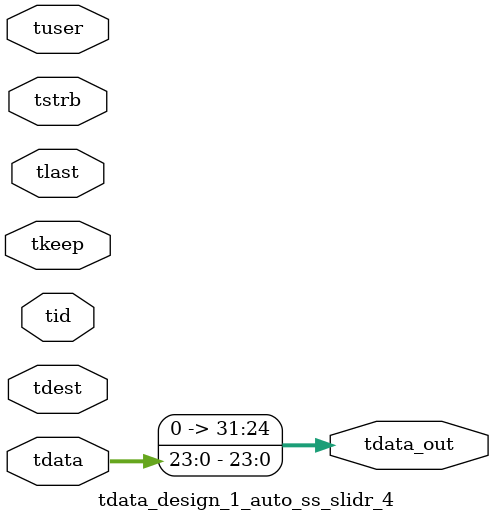
<source format=v>


`timescale 1ps/1ps

module tdata_design_1_auto_ss_slidr_4 #
(
parameter C_S_AXIS_TDATA_WIDTH = 32,
parameter C_S_AXIS_TUSER_WIDTH = 0,
parameter C_S_AXIS_TID_WIDTH   = 0,
parameter C_S_AXIS_TDEST_WIDTH = 0,
parameter C_M_AXIS_TDATA_WIDTH = 32
)
(
input  [(C_S_AXIS_TDATA_WIDTH == 0 ? 1 : C_S_AXIS_TDATA_WIDTH)-1:0     ] tdata,
input  [(C_S_AXIS_TUSER_WIDTH == 0 ? 1 : C_S_AXIS_TUSER_WIDTH)-1:0     ] tuser,
input  [(C_S_AXIS_TID_WIDTH   == 0 ? 1 : C_S_AXIS_TID_WIDTH)-1:0       ] tid,
input  [(C_S_AXIS_TDEST_WIDTH == 0 ? 1 : C_S_AXIS_TDEST_WIDTH)-1:0     ] tdest,
input  [(C_S_AXIS_TDATA_WIDTH/8)-1:0 ] tkeep,
input  [(C_S_AXIS_TDATA_WIDTH/8)-1:0 ] tstrb,
input                                                                    tlast,
output [C_M_AXIS_TDATA_WIDTH-1:0] tdata_out
);

assign tdata_out = {tdata[23:0]};

endmodule


</source>
